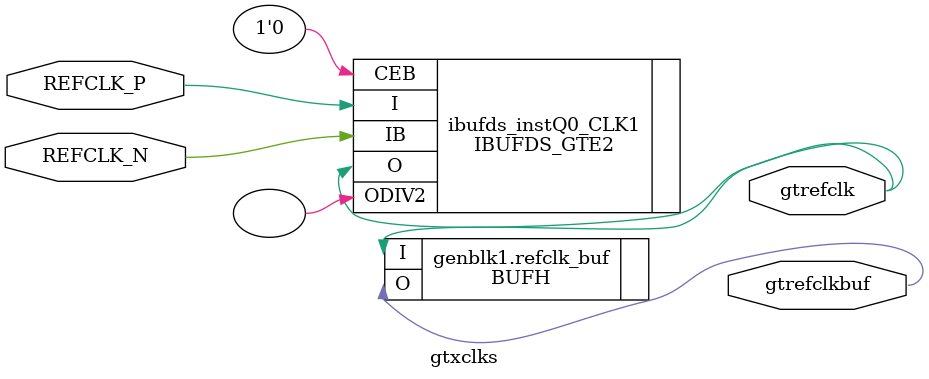
<source format=v>
module gtxclks(
input REFCLK_P
,input REFCLK_N
,output gtrefclk
,output gtrefclkbuf
);

`ifndef SIMULATE
IBUFDS_GTE2 ibufds_instQ0_CLK1(.O(gtrefclk),.ODIV2(),.CEB(1'b0),.I(REFCLK_P),.IB(REFCLK_N));
// Instantiate a MMCM module to divide the reference clock. Uses internal feedback
// for improved jitter performance, and to avoid consuming an additional BUFG
`else
assign gtrefclk = REFCLK_P;
`endif

parameter   USE_BUFG = 0; // set to 1 if you want to use BUFG for cpll railing logic
//  wire    refclk;
generate
 if(USE_BUFG == 1)
 begin
  BUFG refclk_buf(.O   (gtrefclkbuf),   .I   (gtrefclk));
 end

 else
 begin
  BUFH refclk_buf (.O   (gtrefclkbuf),   .I   (gtrefclk));
 end
endgenerate
endmodule

</source>
